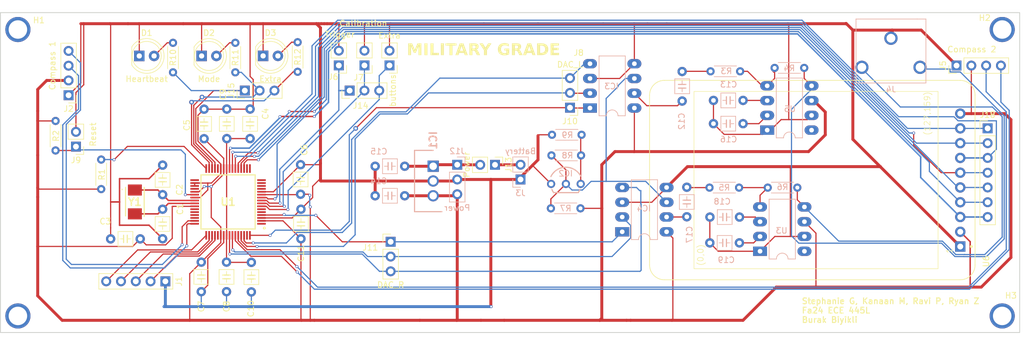
<source format=kicad_pcb>
(kicad_pcb (version 20240108) (generator "pcbnew") (generator_version "8.0")
  (title_block (title "ECE 445L Lab 6") (date "2024-08-07") (rev "v1.0.1") (company "The University of Texas at Austin"))
  (layers (0 "F.Cu" signal) (31 "B.Cu" signal) (34 "B.Paste" user) (35 "F.Paste" user) (36 "B.SilkS" user "B.Silkscreen") (37 "F.SilkS" user "F.Silkscreen") (38 "B.Mask" user) (39 "F.Mask" user) (44 "Edge.Cuts" user))
  (net 0 "")
  (net 1 "/OSC1")
  (net 2 "GND")
  (net 3 "/OSC2")
  (net 4 "+3V3")
  (net 5 "/LDO")
  (net 6 "Net-(U1-~{WAKE})")
  (net 7 "/Reset")
  (net 10 "Net-(C12-Pad2)")
  (net 11 "/TCK")
  (net 12 "/TMS")
  (net 13 "/TDI")
  (net 14 "/TDO")
  (net 15 "dacout_left")
  (net 16 "PB7")
  (net 17 "Net-(U5-FC1)")
  (net 18 "/+5V")
  (net 19 "PE2")
  (net 20 "PE1")
  (net 21 "PE0")
  (net 22 "Net-(U5-FC2)")
  (net 23 "Net-(C17-Pad2)")
  (net 24 "PF2")
  (net 25 "PF3")
  (net 26 "PF1")
  (net 27 "dacout_right")
  (net 28 "Net-(U3-FC1)")
  (net 29 "PA2")
  (net 30 "PA3")
  (net 31 "PA4")
  (net 32 "PA5")
  (net 33 "PA6")
  (net 34 "PA7")
  (net 35 "Net-(U3-FC2)")
  (net 36 "Net-(D1-A)")
  (net 37 "Net-(D2-A)")
  (net 38 "Net-(D3-A)")
  (net 39 "Net-(IC2-Pad1)")
  (net 40 "ref +1v5")
  (net 41 "Net-(J4-ring)")
  (net 42 "Net-(J4-tip)")
  (net 43 "PB2")
  (net 44 "PB3")
  (net 45 "PB5")
  (net 46 "PB4")
  (net 47 "Net-(U5-VIN)")
  (net 48 "Net-(U3-VIN)")
  (net 49 "PD0")
  (net 50 "PD1")
  (net 52 "PD3")
  (net 68 "PE5")
  (net 70 "PE4")
  (net 74 "PD7")
  (net 77 "Net-(J13-A)")
  (footprint "ECE445L:C_Axial_200mil" (layer "F.Cu") (at 82.535 67.32375 90)
    (property "Reference" "C6")
    (property "Value" "0.1uF")
  )
  (footprint "ECE445L:C_Axial_200mil" (layer "F.Cu") (at 58.84575 69.898 -90)
    (property "Reference" "C1")
    (property "Value" "10pF C0G")
  )
  (footprint "ECE445L:C_Axial_200mil" (layer "F.Cu") (at 65.965 57.77625 90)
    (property "Reference" "C5")
    (property "Value" "0.01uF")
  )
  (footprint "ECE445L:C_Axial_200mil" (layer "F.Cu") (at 69.865 57.75625 90)
    (property "Reference" "C9")
    (property "Value" "1uF")
  )
  (footprint "ECE445L:C_Axial_200mil" (layer "F.Cu") (at 65.48375 78.99925 -90)
    (property "Reference" "C7")
    (property "Value" "0.1uF")
  )
  (footprint "Resistor_THT:R_Axial_DIN0204_L3.6mm_D1.6mm_P5.08mm_Horizontal" (layer "F.Cu") (at 71.33 46.365 90)
    (property "Reference" "R11")
    (property "Value" "220")
  )
  (footprint "ECE445L:MountingHole_4_40" (layer "F.Cu") (at 34 39)
    (property "Reference" "H1")
    (property "Value" "~")
  )
  (footprint "ECE445L:LED_D5.0mm" (layer "F.Cu") (at 54.84 43.545)
    (property "Reference" "D1")
    (property "Value" "Heartbeat")
  )
  (footprint "ECE445L:PinHeader_1x04_P2.54mm_Vertical" (layer "F.Cu") (at 195.16 45.2 90)
    (property "Reference" "J5")
    (property "Value" "Header_4")
  )
  (footprint "ECE445L:PinHeader_1x04_P2.54mm_Vertical" (layer "F.Cu") (at 42.7 50.3 180)
    (property "Reference" "J2")
    (property "Value" "Header_4")
  )
  (footprint "ECE445L:C_Axial_200mil" (layer "F.Cu") (at 58.84575 67.398 90)
    (property "Reference" "C2")
    (property "Value" "10pF C0G")
  )
  (footprint "ECE445L:PinHeader_1x03_P2.54mm_Vertical" (layer "F.Cu") (at 128.79218 52.440806 180)
    (property "Reference" "J10")
    (property "Value" "DAC_L")
  )
  (footprint "ECE445L:PinHeader_1x05_P2.54mm_Vertical" (layer "F.Cu") (at 59.32 82.3 -90)
    (property "Reference" "J1")
    (property "Value" "JTAG")
  )
  (footprint "ECE445L:PinHeader_1x03_P2.54mm_Vertical" (layer "F.Cu") (at 72.96 49.5 90)
    (property "Reference" "J15")
    (property "Value" "Header3" (hide yes))
  )
  (footprint "ECE445L:PinHeader_1x02_P2.54mm_Vertical" (layer "F.Cu") (at 43.965 59.135 180)
    (property "Reference" "J9")
    (property "Value" "Reset")
  )
  (footprint "ECE445L:LED_D5.0mm" (layer "F.Cu") (at 65.54 43.545)
    (property "Reference" "D2")
    (property "Value" "Mode")
  )
  (footprint "ECE445L:QFP50P1200X1200X160-64N" (layer "F.Cu") (at 70.08375 68.648 180)
    (property "Reference" "U1")
    (property "Value" "TM4C123GH6PMIR" (hide yes))
  )
  (footprint "ECE445L:adafruit_st7735r2" (layer "F.Cu") (at 170.4 64.89 90)
    (property "Reference" "U6")
    (property "Value" "Adafruit ST7735R")
  )
  (footprint "ECE445L:MountingHole_4_40" (layer "F.Cu") (at 34 88.25)
    (property "Reference" "H4" (hide yes))
    (property "Value" "~")
  )
  (footprint "Resistor_THT:R_Axial_DIN0204_L3.6mm_D1.6mm_P5.08mm_Horizontal" (layer "F.Cu") (at 40.465 54.72 -90)
    (property "Reference" "R2")
    (property "Value" "10k")
  )
  (footprint "ECE445L:PinHeader_1x03_P2.54mm_Vertical" (layer "F.Cu") (at 98 75.5)
    (property "Reference" "J11")
    (property "Value" "DAC_R")
  )
  (footprint "Connector_PinHeader_2.54mm:PinHeader_1x07_P2.54mm_Vertical" (layer "F.Cu") (at 200.5 56)
    (property "Reference" "J18")
    (property "Value" "Conn_01x07_Pin")
  )
  (footprint "ECE445L:PinHeader_1x02_P2.54mm_Vertical" (layer "F.Cu") (at 97.8 45.175 180)
    (property "Reference" "J8")
    (property "Value" "Extra")
  )
  (footprint "Resistor_THT:R_Axial_DIN0204_L3.6mm_D1.6mm_P5.08mm_Horizontal" (layer "F.Cu") (at 82.03 46.265 90)
    (property "Reference" "R12")
    (property "Value" "220")
  )
  (footprint "ECE445L:C_Axial_200mil" (layer "F.Cu") (at 73.865 57.75625 90)
    (property "Reference" "C4")
    (property "Value" "0.1uF")
  )
  (footprint "ECE445L:C_Axial_200mil" (layer "F.Cu") (at 55 75 180)
    (property "Reference" "C3")
    (property "Value" "1uF")
  )
  (footprint "ECE445L:PinHeader_1x03_P2.54mm_Vertical" (layer "F.Cu") (at 90.96 49.5 90)
    (property "Reference" "J14")
    (property "Value" "buttons")
  )
  (footprint "ECE445L:C_Axial_200mil" (layer "F.Cu") (at 82.6 74.98 90)
    (property "Reference" "C11")
    (property "Value" "0.01uF")
  )
  (footprint "Resistor_THT:R_Axial_DIN0204_L3.6mm_D1.6mm_P5.08mm_Horizontal" (layer "F.Cu") (at 48.3 66.44 90)
    (property "Reference" "R1")
    (property "Value" "1M")
  )
  (footprint "ECE445L:LED_D5.0mm" (layer "F.Cu") (at 76.1 43.535)
    (property "Reference" "D3")
    (property "Value" "Extra")
  )
  (footprint "Resistor_THT:R_Axial_DIN0204_L3.6mm_D1.6mm_P5.08mm_Horizontal" (layer "F.Cu") (at 60.63 46.365 90)
    (property "Reference" "R10")
    (property "Value" "220")
  )
  (footprint "ECE445L:PinHeader_1x02_P2.54mm_Vertical" (layer "F.Cu") (at 93.5 45.175 180)
    (property "Reference" "J7")
    (property "Value" "Calibration")
  )
  (footprint "ECE445L:C_Axial_200mil" (layer "F.Cu") (at 69.81875 78.99925 -90)
    (property "Reference" "C8")
    (property "Value" "0.1uF")
  )
  (footprint "ECE445L:PinHeader_1x02_P2.54mm_Vertical" (layer "F.Cu") (at 115.915206 62.263313 -90)
    (property "Reference" "J13")
    (property "Value" "Power")
  )
  (footprint "ECE445L:C_Axial_200mil" (layer "F.Cu") (at 74.08375 79.03925 -90)
    (property "Reference" "C10")
    (property "Value" "2.2uF")
  )
  (footprint "ECE445L:MountingHole_4_40" (layer "F.Cu") (at 203 88.25)
    (property "Reference" "H3")
    (property "Value" "~")
  )
  (footprint "ECE445L:ABM3" (layer "F.Cu") (at 54.08375 68.648 -90)
    (property "Reference" "Y1")
    (property "Value" "ABM3-16.000MHZ-B2-T" (hide yes))
  )
  (footprint "ECE445L:PinHeader_1x02_P2.54mm_Vertical" (layer "F.Cu") (at 89.1 45.175 180)
    (property "Reference" "J6")
    (property "Value" "Trigger")
  )
  (footprint "ECE445L:MountingHole_4_40" (layer "F.Cu") (at 203 39)
    (property "Reference" "H2")
    (property "Value" "~")
  )
  (footprint "ECE445L:DIP-8_W7.62mm_LongPads" (layer "B.Cu") (at 132.225 52.5)
    (property "Reference" "IC3")
    (property "Value" "TLV5616")
  )
  (footprint "ECE445L:C_Axial_200mil" (layer "B.Cu") (at 148.05 51.3 90)
    (property "Reference" "C12")
    (property "Value" "0.1uF")
  )
  (footprint "Resistor_THT:R_Axial_DIN0204_L3.6mm_D1.6mm_P5.08mm_Horizontal" (layer "B.Cu") (at 152.926155 46.189175)
    (property "Reference" "R3")
    (property "Value" "20k")
  )
  (footprint "ECE445L:DIP-8_W7.62mm_LongPads" (layer "B.Cu") (at 137.757922 73.780019)
    (property "Reference" "IC4")
    (property "Value" "TLV5616")
  )
  (footprint "ECE445L:C_Axial_200mil" (layer "B.Cu") (at 158.506155 55.189175 180)
    (property "Reference" "C16")
    (property "Value" "4.7uF")
  )
  (footprint "ECE445L:C_Axial_200mil" (layer "B.Cu") (at 100.417622 62.51 180)
    (property "Reference" "C15")
    (property "Value" "1uF")
  )
  (footprint "ECE445L:Jack_3.5mm_CUI_SJ1-3523N_Horizontal" (layer "B.Cu") (at 183.9 40.5)
    (property "Reference" "J4")
    (property "Value" "AudioJack to 32ohm")
  )
  (footprint "ECE445L:PinHeader_1x03_P2.54mm_Vertical" (layer "B.Cu") (at 109.432371 62.247779 180)
    (property "Reference" "J12")
    (property "Value" "Power")
  )
  (footprint "ECE445L:DIP-8_W7.62mm_LongPads" (layer "B.Cu") (at 161.42375 77.125)
    (property "Reference" "U3")
    (property "Value" "MCP34119P")
  )
  (footprint "Resistor_THT:R_Axial_DIN0204_L3.6mm_D1.6mm_P5.08mm_Horizontal" (layer "B.Cu") (at 130.69 60.65 180)
    (property "Reference" "R8")
    (property "Value" "10k")
  )
  (footprint "Resistor_THT:R_Axial_DIN0204_L3.6mm_D1.6mm_P5.08mm_Horizontal" (layer "B.Cu") (at 163.926155 45.6)
    (property "Reference" "R4")
    (property "Value" "10k")
  )
  (footprint "Resistor_THT:R_Axial_DIN0204_L3.6mm_D1.6mm_P5.08mm_Horizontal" (layer "B.Cu") (at 125.51 69.75)
    (property "Reference" "R7")
    (property "Value" "8k")
  )
  (footprint "ECE445L:C_Axial_200mil" (layer "B.Cu") (at 100.414701 67.59 180)
    (property "Reference" "C14")
    (property "Value" "10uF")
  )
  (footprint "ECE445L:ti_LM4041CILPR" (layer "B.Cu") (at 128.09 65.55 180)
    (property "Reference" "IC2")
    (property "Value" "LM4041CILPR")
  )
  (footprint "Resistor_THT:R_Axial_DIN0204_L3.6mm_D1.6mm_P5.08mm_Horizontal" (layer "B.Cu") (at 162.74375 66.185)
    (property "Reference" "R6")
    (property "Value" "10k")
  )
  (footprint "ECE445L:C_Axial_200mil" (layer "B.Cu") (at 148.85 71.2 90)
    (property "Reference" "C17")
    (property "Value" "0.1uF")
  )
  (footprint "ECE445L:PinHeader_1x02_P2.54mm_Vertical" (layer "B.Cu") (at 120.3 64.785)
    (property "Reference" "J3")
    (property "Value" "Battery")
  )
  (footprint "ECE445L:C_Axial_200mil" (layer "B.Cu") (at 158.506155 51.189175 180)
    (property "Reference" "C13")
    (property "Value" "1uF")
  )
  (footprint "ECE445L:TO254P470X1028X1955-3P" (layer "B.Cu") (at 105.3 62.51 -90)
    (property "Reference" "IC1")
    (property "Value" "LM2937ET-3.3_NOPB" (hide yes))
  )
  (footprint "ECE445L:DIP-8_W7.62mm_LongPads" (layer "B.Cu") (at 162.65 56.3)
    (property "Reference" "U5")
    (property "Value" "MCP34119P")
  )
  (footprint "ECE445L:C_Axial_200mil" (layer "B.Cu") (at 157.9 71.25 180)
    (property "Reference" "C18")
    (property "Value" "1uF")
  )
  (footprint "Resistor_THT:R_Axial_DIN0204_L3.6mm_D1.6mm_P5.08mm_Horizontal" (layer "B.Cu") (at 125.7 57.1)
    (property "Reference" "R9")
    (property "Value" "2k")
  )
  (footprint "ECE445L:C_Axial_200mil" (layer "B.Cu") (at 157.88 75.685 180)
    (property "Reference" "C19")
    (property "Value" "4.7uF")
  )
  (footprint "Resistor_THT:R_Axial_DIN0204_L3.6mm_D1.6mm_P5.08mm_Horizontal" (layer "B.Cu") (at 152.74375 66.185)
    (property "Reference" "R5")
    (property "Value" "20k")
  )
  (gr_rect (start 31 36.1) (end 206 91.1) (stroke (width 0.15)) (fill none) (layer "Edge.Cuts"))
  (gr_text "Stephanie G, Kanaan M, Ravi P, Ryan Z\nFa24 ECE 445L\nBurak Biyikli" (at 168.5 89.5 0) (layer "F.SilkS") (effects (font (size 1 1) (thickness 0.1875)) (justify left bottom)))
  (gr_text "Compass 2\n" (at 193.5 43 0) (layer "F.SilkS") (effects (font (size 1 1)) (justify left bottom)))
  (gr_text "MILITARY GRADE" (at 100.75 43.75 0) (layer "F.SilkS") (effects (font (size 2 2) (thickness 0.15) (bold yes)) (justify left bottom)))
  (gr_text "Compass 1" (at 40.5 49.5 90) (layer "F.SilkS") (effects (font (size 1 1)) (justify left bottom)))
  (segment (start 58.5 70) (end 59 70) (width 0.25) (layer "F.Cu") (net 1))
  (segment (start 59.84575 68.898) (end 64.34575 68.898) (width 0.25) (layer "F.Cu") (net 1))
  (segment (start 58.84575 69.898) (end 59.84575 68.898) (width 0.25) (layer "F.Cu") (net 1))
  (segment (start 58.04575 70.698) (end 58.84575 69.898) (width 0.25) (layer "F.Cu") (net 1))
  (segment (start 54.08375 70.698) (end 58.04575 70.698) (width 0.25) (layer "F.Cu") (net 1))
  (segment (start 77.88075 66.898) (end 82.535 62.24375) (width 0.2) (layer "F.Cu") (net 2))
  (segment (start 142.837922 68.700019) (end 145.377922 66.160019) (width 0.2) (layer "F.Cu") (net 2))
  (segment (start 182.055 62.575) (end 182.09 62.61) (width 0.5) (layer "F.Cu") (net 2))
  (segment (start 195.16 45.2) (end 195.16 45.16) (width 0.5) (layer "F.Cu") (net 2))
  (segment (start 195.8 76.32) (end 182.09 62.61) (width 0.5) (layer "F.Cu") (net 2))
  (segment (start 74.4 52.14125) (end 74.4 47.6) (width 0.2) (layer "F.Cu") (net 2))
  (segment (start 142.1 38) (end 139.8 38) (width 0.5) (layer "F.Cu") (net 2))
  (segment (start 148.962941 62.575) (end 166.52375 62.575) (width 0.5) (layer "F.Cu") (net 2))
  (segment (start 122.427182 62.427182) (end 122.427182 62.277182) (width 0.2) (layer "F.Cu") (net 2))
  (segment (start 56.51775 72.65) (end 51.45 72.65) (width 0.25) (layer "F.Cu") (net 2))
  (segment (start 66.6 65.398) (end 67.23325 65.398) (width 0.2) (layer "F.Cu") (net 2))
  (segment (start 182.09 62.61) (end 177.357 57.877) (width 0.5) (layer "F.Cu") (net 2))
  (segment (start 73.865 38.035) (end 73.9 38) (width 0.2) (layer "F.Cu") (net 2))
  (segment (start 56.51375 64.65) (end 58.84575 62.318) (width 0.25) (layer "F.Cu") (net 2))
  (segment (start 184.1 39.104) (end 177.354 39.104) (width 0.5) (layer "F.Cu") (net 2))
  (segment (start 93.4 38) (end 89 38) (width 0.5) (layer "F.Cu") (net 2))
  (segment (start 95.337622 62.51) (end 95.337622 64.51) (width 0.5) (layer "F.Cu") (net 2))
  (segment (start 69.33375 74.386) (end 69.33375 75.644224) (width 0.2) (layer "F.Cu") (net 2))
  (segment (start 93.5 42.635) (end 93.5 38.1) (width 0.2) (layer "F.Cu") (net 2))
  (segment (start 184.1 40.3) (end 183.9 40.5) (width 0.5) (layer "F.Cu") (net 2))
  (segment (start 43.965 56.595) (end 43.965 49.835) (width 0.2) (layer "F.Cu") (net 2))
  (segment (start 43.965 49.835) (end 45.3 48.5) (width 0.2) (layer "F.Cu") (net 2))
  (segment (start 68.83375 63.7975) (end 68.83375 62.91) (width 0.2) (layer "F.Cu") (net 2))
  (segment (start 49.92 75) (end 49.92 73.1) (width 0.2) (layer "F.Cu") (net 2))
  (segment (start 166.2 38) (end 145.4 38) (width 0.5) (layer "F.Cu") (net 2))
  (segment (start 169.04375 74.585) (end 166.62375 74.585) (width 0.2) (layer "F.Cu") (net 2))
  (segment (start 51.45 68.65) (end 49.92 68.65) (width 0.25) (layer "F.Cu") (net 2))
  (segment (start 177.357 57.877) (end 177.357 39.107) (width 0.5) (layer "F.Cu") (net 2))
  (segment (start 176.15 38) (end 166.2 38) (width 0.5) (layer "F.Cu") (net 2))
  (segment (start 153.426155 55.189175) (end 153.426155 51.189175) (width 0.2) (layer "F.Cu") (net 2))
  (segment (start 89.1 38.1) (end 89 38) (width 0.2) (layer "F.Cu") (net 2))
  (segment (start 86.6 38) (end 86.1 38) (width 0.5) (layer "F.Cu") (net 2))
  (segment (start 166.62375 62.675) (end 166.52375 62.575) (width 0.2) (layer "F.Cu") (net 2))
  (segment (start 137.757922 68.700019) (end 142.837922 68.700019) (width 0.2) (layer "F.Cu") (net 2))
  (segment (start 85.95 38.7) (end 85.25 38) (width 0.5) (layer "F.Cu") (net 2))
  (segment (start 64.34575 67.898) (end 65.28325 67.898) (width 0.2) (layer "F.Cu") (net 2))
  (segment (start 120.3 64.785) (end 120.3 64.404365) (width 0.5) (layer "F.Cu") (net 2))
  (segment (start 64.34575 65.398) (end 66.6 65.398) (width 0.2) (layer "F.Cu") (net 2))
  (segment (start 85.95 65) (end 85.95 64.6) (width 0.5) (layer "F.Cu") (net 2))
  (segment (start 166.62375 74.585) (end 163.96375 74.585) (width 0.2) (layer "F.Cu") (net 2))
  (segment (start 166.52375 62.575) (end 182.055 62.575) (width 0.5) (layer "F.Cu") (net 2))
  (segment (start 49.92 72.4) (end 49.92 68.65) (width 0.2) (layer "F.Cu") (net 2))
  (segment (start 85.70625 62.24375) (end 85.95 62) (width 0.2) (layer "F.Cu") (net 2))
  (segment (start 95.337622 65.06) (end 95.337622 67.587079) (width 0.5) (layer "F.Cu") (net 2))
  (segment (start 97.8 42.635) (end 97.8 38.2) (width 0.2) (layer "F.Cu") (net 2))
  (segment (start 109.17015 65.05) (end 109.432371 64.787779) (width 0.5) (layer "F.Cu") (net 2))
  (segment (start 170.27 53.76) (end 169.540825 54.489175) (width 0.2) (layer "F.Cu") (net 2))
  (segment (start 65.54 43.545) (end 65.54 38.06) (width 0.2) (layer "F.Cu") (net 2))
  (segment (start 89 38) (end 87.1 38) (width 0.5) (layer "F.Cu") (net 2))
  (segment (start 52.9 38) (end 49.8 38) (width 0.5) (layer "F.Cu") (net 2))
  (segment (start 42.7 50.3) (end 44.8 48.2) (width 0.2) (layer "F.Cu") (net 2))
  (segment (start 54.84 43.545) (end 54.84 38.04) (width 0.2) (layer "F.Cu") (net 2))
  (segment (start 64.915 53.74625) (end 65.965 52.69625) (width 0.2) (layer "F.Cu") (net 2))
  (segment (start 152.8 75.685) (end 152.8 71.27) (width 0.2) (layer "F.Cu") (net 2))
  (segment (start 74.04375 84.07925) (end 74.08375 84.11925) (width 0.2) (layer "F.Cu") (net 2))
  (segment (start 51.45 64.65) (end 56.51375 64.65) (width 0.25) (layer "F.Cu") (net 2))
  (segment (start 68.83375 62.91) (end 68.83375 62.129925) (width 0.2) (layer "F.Cu") (net 2))
  (segment (start 73.865 47.065) (end 73.865 38.035) (width 0.2) (layer "F.Cu") (net 2))
  (segment (start 75.82175 71.398) (end 81.102 71.398) (width 0.2) (layer "F.Cu") (net 2))
  (segment (start 67.23325 65.398) (end 68.83375 63.7975) (width 0.2) (layer "F.Cu") (net 2))
  (segment (start 161.920825 57.029175) (end 162.65 56.3) (width 0.2) (layer "F.Cu") (net 2))
  (segment (start 163.96375 74.585) (end 161.42375 77.125) (width 0.2) (layer "F.Cu") (net 2))
  (segment (start 125.7 57.1) (end 123.45 57.1) (width 0.2) (layer "F.Cu") (net 2))
  (segment (start 73.845 52.69625) (end 73.865 52.67625) (width 0.2) (layer "F.Cu") (net 2))
  (segment (start 85.95 64.6) (end 85.95 62) (width 0.5) (layer "F.Cu") (net 2))
  (segment (start 123.3 38) (end 114 38) (width 0.5) (layer "F.Cu") (net 2))
  (segment (start 123.3 61.404365) (end 123.3 57.25) (width 0.5) (layer "F.Cu") (net 2))
  (segment (start 49.92 68.65) (end 49.92 38.12) (width 0.2) (layer "F.Cu") (net 2))
  (segment (start 86.1 38) (end 85.6 38) (width 0.5) (layer "F.Cu") (net 2))
  (segment (start 54.8 38) (end 52.9 38) (width 0.5) (layer "F.Cu") (net 2))
  (segment (start 96.3 38) (end 93.4 38) (width 0.5) (layer "F.Cu") (net 2))
  (segment (start 85.6 38) (end 85.25 38) (width 0.5) (layer "F.Cu") (net 2))
  (segment (start 165.046155 54.489175) (end 163.23533 56.3) (width 0.2) (layer "F.Cu") (net 2))
  (segment (start 95.347622 65.05) (end 95.337622 65.06) (width 0.5) (layer "F.Cu") (net 2))
  (segment (start 54.84 38.04) (end 54.8 38) (width 0.2) (layer "F.Cu") (net 2))
  (segment (start 95.337622 67.587079) (end 95.334701 67.59) (width 0.5) (layer "F.Cu") (net 2))
  (segment (start 98 38) (end 96.3 38) (width 0.5) (layer "F.Cu") (net 2))
  (segment (start 163.23533 56.3) (end 162.65 56.3) (width 0.2) (layer "F.Cu") (net 2))
  (segment (start 114 38) (end 98 38) (width 0.5) (layer "F.Cu") (net 2))
  (segment (start 139.845 38.045) (end 139.8 38) (width 0.2) (layer "F.Cu") (net 2))
  (segment (start 73.9 38) (end 65.6 38) (width 0.5) (layer "F.Cu") (net 2))
  (segment (start 155.266155 57.029175) (end 161.920825 57.029175) (width 0.2) (layer "F.Cu") (net 2))
  (segment (start 97.8 38.2) (end 98 38) (width 0.2) (layer "F.Cu") (net 2))
  (segment (start 74.4 47.6) (end 73.865 47.065) (width 0.2) (layer "F.Cu") (net 2))
  (segment (start 87.1 38) (end 86.6 38) (width 0.5) (layer "F.Cu") (net 2))
  (segment (start 139.845 44.88) (end 139.845 38.045) (width 0.2) (layer "F.Cu") (net 2))
  (segment (start 184.1 39.104) (end 184.1 40.3) (width 0.5) (layer "F.Cu") (net 2))
  (segment (start 73.865 52.67625) (end 74.4 52.14125) (width 0.2) (layer "F.Cu") (net 2))
  (segment (start 115.2 86.6) (end 115.25 86.65) (width 0.5) (layer "F.Cu") (net 2))
  (segment (start 58.84575 74.978) (end 56.51775 72.65) (width 0.25) (layer "F.Cu") (net 2))
  (segment (start 49.8 38) (end 45.3 38) (width 0.5) (layer "F.Cu") (net 2))
  (segment (start 123.45 57.1) (end 123.3 57.25) (width 0.2) (layer "F.Cu") (net 2))
  (segment (start 176.2 37.95) (end 176.15 38) (width 0.5) (layer "F.Cu") (net 2))
  (segment (start 105.3 65.05) (end 95.347622 65.05) (width 0.5) (layer "F.Cu") (net 2))
  (segment (start 86 65.05) (end 85.95 65) (width 0.5) (layer "F.Cu") (net 2))
  (segment (start 66.6 78.377974) (end 66.6 82.963) (width 0.2) (layer "F.Cu") (net 2))
  (segment (start 120.3 64.785) (end 115.2 64.785) (width 0.5) (layer "F.Cu") (net 2))
  (segment (start 44.8 48.2) (end 44.8 38) (width 0.2) (layer "F.Cu") (net 2))
  (segment (start 49.92 73.1) (end 49.92 72.4) (width 0.2) (layer "F.Cu") (net 2))
  (segment (start 66.6 66.58125) (end 66.6 65.398) (width 0.2) (layer "F.Cu") (net 2))
  (segment (start 45.3 38) (end 44.8 38) (width 0.5) (layer "F.Cu") (net 2))
  (segment (start 76.1 38) (end 73.9 38) (width 0.5) (layer "F.Cu") (net 2))
  (segment (start 84.604 65.946) (end 85.95 64.6) (width 0.2) (layer "F.Cu") (net 2))
  (segment (start 76.1 43.535) (end 76.1 38) (width 0.2) (layer "F.Cu") (net 2))
  (segment (start 152.8 75.685) (end 154.24 77.125) (width 0.2) (layer "F.Cu") (net 2))
  (segment (start 166.35 54.489175) (end 165.046155 54.489175) (width 0.2) (layer "F.Cu") (net 2))
  (segment (start 65.6 38) (end 62.4 38) (width 0.5) (layer "F.Cu") (net 2))
  (segment (start 166.35 54.489175) (end 166.35 38.15) (width 0.2) (layer "F.Cu") (net 2))
  (segment (start 89.1 42.635) (end 89.1 38.1) (width 0.2) (layer "F.Cu") (net 2))
  (segment (start 62.4 38) (end 54.8 38) (width 0.5) (layer "F.Cu") (net 2))
  (segment (start 45.3 48.5) (end 45.3 38) (width 0.2) (layer "F.Cu") (net 2))
  (segment (start 82.6 69.9) (end 84.604 67.896) (width 0.2) (layer "F.Cu") (net 2))
  (segment (start 64.34575 65.898) (end 64.34575 65.398) (width 0.2) (layer "F.Cu") (net 2))
  (segment (start 153.426155 55.189175) (end 155.266155 57.029175) (width 0.2) (layer "F.Cu") (net 2))
  (segment (start 69.33375 75.644224) (end 66.6 78.377974) (width 0.2) (layer "F.Cu") (net 2))
  (segment (start 115.2 64.785) (end 109.43515 64.785) (width 0.5) (layer "F.Cu") (net 2))
  (segment (start 75.82175 66.898) (end 77.88075 66.898) (width 0.2) (layer "F.Cu") (net 2))
  (segment (start 137.305 47.42) (end 139.845 44.88) (width 0.2) (layer "F.Cu") (net 2))
  (segment (start 189.104 39.104) (end 184.1 39.104) (width 0.5) (layer "F.Cu") (net 2))
  (segment (start 95.347622 65.05) (end 86 65.05) (width 0.5) (layer "F.Cu") (net 2))
  (segment (start 177.357 39.107) (end 177.354 39.104) (width 0.5) (layer "F.Cu") (net 2))
  (segment (start 139.8 38) (end 134.5 38) (width 0.5) (layer "F.Cu") (net 2))
  (segment (start 109.43515 64.785) (end 109.432371 64.787779) (width 0.5) (layer "F.Cu") (net 2))
  (segment (start 66.6 82.963) (end 65.48375 84.07925) (width 0.2) (layer "F.Cu") (net 2))
  (segment (start 154.24 77.125) (end 161.42375 77.125) (width 0.2) (layer "F.Cu") (net 2))
  (segment (start 68.83375 62.129925) (end 64.915 58.211175) (width 0.2) (layer "F.Cu") (net 2))
  (segment (start 85.95 62) (end 85.95 38.7) (width 0.5) (layer "F.Cu") (net 2))
  (segment (start 65.965 52.69625) (end 73.845 52.69625) (width 0.2) (layer "F.Cu") (net 2))
  (segment (start 82.535 62.24375) (end 85.70625 62.24375) (width 0.2) (layer "F.Cu") (net 2))
  (segment (start 195.16 45.16) (end 189.104 39.104) (width 0.5) (layer "F.Cu") (net 2))
  (segment (start 152.8 71.27) (end 152.82 71.25) (width 0.2) (layer "F.Cu") (net 2))
  (segment (start 177.354 39.104) (end 176.2 37.95) (width 0.5) (layer "F.Cu") (net 2))
  (segment (start 84.604 67.896) (end 84.604 65.946) (width 0.2) (layer "F.Cu") (net 2))
  (segment (start 51.45 72.65) (end 51.45 68.65) (width 0.25) (layer "F.Cu") (net 2))
  (segment (start 51.45 68.65) (end 51.45 64.65) (width 0.25) (layer "F.Cu") (net 2))
  (segment (start 120.3 64.404365) (end 122.427182 62.277182) (width 0.5) (layer "F.Cu") (net 2))
  (segment (start 49.92 38.12) (end 49.8 38) (width 0.2) (layer "F.Cu") (net 2))
  (segment (start 125.55 65.55) (end 122.427182 62.427182) (width 0.2) (layer "F.Cu") (net 2))
  (segment (start 145.4 38) (end 142.1 38) (width 0.5) (layer "F.Cu") (net 2))
  (segment (start 122.427182 62.277182) (end 123.3 61.404365) (width 0.5) (layer "F.Cu") (net 2))
  (segment (start 81.102 71.398) (end 82.6 69.9) (width 0.2) (layer "F.Cu") (net 2))
  (segment (start 115.2 64.785) (end 115.2 86.6) (width 0.5) (layer "F.Cu") (net 2))
  (segment (start 145.377922 66.160019) (end 148.962941 62.575) (width 0.5) (layer "F.Cu") (net 2))
  (segment (start 169.540825 54.489175) (end 166.35 54.489175) (width 0.2) (layer "F.Cu") (net 2))
  (segment (start 132.225 47.42) (end 137.305 47.42) (width 0.2) (layer "F.Cu") (net 2))
  (segment (start 64.915 58.211175) (end 64.915 53.74625) (width 0.2) (layer "F.Cu") (net 2))
  (segment (start 166.35 38.15) (end 166.2 38) (width 0.2) (layer "F.Cu") (net 2))
  (segment (start 166.62375 74.585) (end 166.62375 62.675) (width 0.2) (layer "F.Cu") (net 2))
  (segment (start 65.28325 67.898) (end 66.6 66.58125) (width 0.2) (layer "F.Cu") (net 2))
  (segment (start 93.5 38.1) (end 93.4 38) (width 0.2) (layer "F.Cu") (net 2))
  (segment (start 65.54 38.06) (end 65.6 38) (width 0.2) (layer "F.Cu") (net 2))
  (segment (start 95.337622 64.51) (end 95.337622 65.06) (width 0.5) (layer "F.Cu") (net 2))
  (segment (start 105.3 65.05) (end 109.17015 65.05) (width 0.5) (layer "F.Cu") (net 2))
  (segment (start 134.5 38) (end 123.3 38) (width 0.5) (layer "F.Cu") (net 2))
  (segment (start 85.25 38) (end 76.1 38) (width 0.5) (layer "F.Cu") (net 2))
  (via (at 115.25 86.65) (size 0.5) (drill 0.3) (layers "F.Cu" "B.Cu") (net 2))
  (segment (start 74.08375 84.11925) (end 74.08375 86.61625) (width 0.2) (layer "B.Cu") (net 2))
  (segment (start 69.81875 86.63125) (end 69.8 86.65) (width 0.2) (layer "B.Cu") (net 2))
  (segment (start 74.08375 86.61625) (end 74.05 86.65) (width 0.2) (layer "B.Cu") (net 2))
  (segment (start 65.48375 84.07925) (end 65.48375 86.53375) (width 0.2) (layer "B.Cu") (net 2))
  (segment (start 69.81875 84.07925) (end 69.81875 86.63125) (width 0.2) (layer "B.Cu") (net 2))
  (segment (start 69.8 86.65) (end 65.6 86.65) (width 0.5) (layer "B.Cu") (net 2))
  (segment (start 74.05 86.65) (end 69.8 86.65) (width 0.5) (layer "B.Cu") (net 2))
  (segment (start 65.48375 86.53375) (end 65.6 86.65) (width 0.2) (layer "B.Cu") (net 2))
  (segment (start 115.25 86.65) (end 74.05 86.65) (width 0.5) (layer "B.Cu") (net 2))
  (segment (start 65.6 86.65) (end 59.1 86.65) (width 0.5) (layer "B.Cu") (net 2))
  (segment (start 59.1 86.65) (end 59.32 86.43) (width 0.5) (layer "B.Cu") (net 2))
  (segment (start 59.32 86.43) (end 59.32 82.3) (width 0.5) (layer "B.Cu") (net 2))
  (segment (start 59.84575 68.398) (end 64.34575 68.398) (width 0.25) (layer "F.Cu") (net 3))
  (segment (start 58.84575 67.398) (end 59.84575 68.398) (width 0.25) (layer "F.Cu") (net 3))
  (segment (start 54.08375 66.598) (end 58.04575 66.598) (width 0.25) (layer "F.Cu") (net 3))
  (segment (start 58.04575 66.598) (end 58.84575 67.398) (width 0.25) (layer "F.Cu") (net 3))
  (segment (start 139.845 52.5) (end 139.845 59.946007) (width 0.2) (layer "F.Cu") (net 4))
  (segment (start 63.5 80.983) (end 63.5 89) (width 0.2) (layer "F.Cu") (net 4))
  (segment (start 68.83375 74.386) (end 68.83375 75.64925) (width 0.2) (layer "F.Cu") (net 4))
  (segment (start 63.5 89) (end 41.6 89) (width 0.5) (layer "F.Cu") (net 4))
  (segment (start 146.454 74.856097) (end 146.454 88.846) (width 0.2) (layer "F.Cu") (net 4))
  (segment (start 37.4 53) (end 37.4 49.3) (width 0.5) (layer "F.Cu") (net 4))
  (segment (start 60.5 69.4) (end 60.7 69.4) (width 0.2) (layer "F.Cu") (net 4))
  (segment (start 204.5 78.2) (end 204.5 54.5) (width 0.5) (layer "F.Cu") (net 4))
  (segment (start 130.59 69.75) (end 134.25 69.75) (width 0.2) (layer "F.Cu") (net 4))
  (segment (start 75.82175 71.898) (end 79.518 71.898) (width 0.2) (layer "F.Cu") (net 4))
  (segment (start 69.33375 61.145) (end 69.33375 62.91) (width 0.2) (layer "F.Cu") (net 4))
  (segment (start 37.4 84.8) (end 37.4 76.3) (width 0.5) (layer "F.Cu") (net 4))
  (segment (start 199.409562 83.290438) (end 197.5 83.290438) (width 0.5) (layer "F.Cu") (net 4))
  (segment (start 37.4 60.6) (end 37.4 54.7) (width 0.5) (layer "F.Cu") (net 4))
  (segment (start 82.7 89) (end 63.5 89) (width 0.5) (layer "F.Cu") (net 4))
  (segment (start 75.82175 67.398) (end 82.46075 67.398) (width 0.2) (layer "F.Cu") (net 4))
  (segment (start 55 75) (end 56.028 76.028) (width 0.2) (layer "F.Cu") (net 4))
  (segment (start 109.432371 88.917629) (end 109.432371 67.327779) (width 0.5) (layer "F.Cu") (net 4))
  (segment (start 197.7 45.2) (end 197.7 53.46) (width 0.2) (layer "F.Cu") (net 4))
  (segment (start 203.46 53.46) (end 197.7 53.46) (width 0.5) (layer "F.Cu") (net 4))
  (segment (start 37.64 66.44) (end 37.4 66.2) (width 0.2) (layer "F.Cu") (net 4))
  (segment (start 84.2 69.5) (end 84.2 89) (width 0.2) (layer "F.Cu") (net 4))
  (segment (start 134.25 62.25) (end 134.25 69.75) (width 0.5) (layer "F.Cu") (net 4))
  (segment (start 68.83375 75.64925) (end 65.48375 78.99925) (width 0.2) (layer "F.Cu") (net 4))
  (segment (start 138.5 89) (end 133.9 89) (width 0.5) (layer "F.Cu") (net 4))
  (segment (start 60.702 69.398) (end 64.34575 69.398) (width 0.2) (layer "F.Cu") (net 4))
  (segment (start 41.6 89) (end 37.4 84.8) (width 0.5) (layer "F.Cu") (net 4))
  (segment (start 56.028 76.028) (end 59.372 76.028) (width 0.2) (layer "F.Cu") (net 4))
  (segment (start 139.2 89) (end 146.3 89) (width 0.5) (layer "F.Cu") (net 4))
  (segment (start 40.465 54.72) (end 37.42 54.72) (width 0.2) (layer "F.Cu") (net 4))
  (segment (start 65.965 57.77625) (end 69.33375 61.145) (width 0.2) (layer "F.Cu") (net 4))
  (segment (start 133.9 89) (end 117.5 89) (width 0.5) (layer "F.Cu") (net 4))
  (segment (start 60.7 69.4) (end 60.702 69.398) (width 0.2) (layer "F.Cu") (net 4))
  (segment (start 53.7 76.3) (end 37.4 76.3) (width 0.2) (layer "F.Cu") (net 4))
  (segment (start 134.25 88.65) (end 133.9 89) (width 0.5) (layer "F.Cu") (net 4))
  (segment (start 68.83375 72.9485) (end 68.83375 74.386) (width 0.2) (layer "F.Cu") (net 4))
  (segment (start 145.377922 73.780019) (end 146.454 74.856097) (width 0.2) (layer "F.Cu") (net 4))
  (segment (start 171.02375 83.216688) (end 170.95 83.290438) (width 0.2) (layer "F.Cu") (net 4))
  (segment (start 84.1 67.5) (end 83.92375 67.32375) (width 0.2) (layer "F.Cu") (net 4))
  (segment (start 164.209562 83.290438) (end 163.85 83.65) (width 0.5) (layer "F.Cu") (net 4))
  (segment (start 67.2 71.31475) (end 68.83375 72.9485) (width 0.2) (layer "F.Cu") (net 4))
  (segment (start 109.35 89) (end 109.432371 88.917629) (width 0.5) (layer "F.Cu") (net 4))
  (segment (start 37.4 76.3) (end 37.4 67.8) (width 0.5) (layer "F.Cu") (net 4))
  (segment (start 37.4 54.7) (end 37.4 53) (width 0.5) (layer "F.Cu") (net 4))
  (segment (start 37.4 67.8) (end 37.4 66.2) (width 0.5) (layer "F.Cu") (net 4))
  (segment (start 64.34575 66.898) (end 65.102 66.898) (width 0.2) (layer "F.Cu") (net 4))
  (segment (start 69.33375 63.86625) (end 69.33375 62.91) (width 0.2) (layer "F.Cu") (net 4))
  (segment (start 172.62375 57.125) (end 172.62375 53.185) (width 0.5) (layer "F.Cu") (net 4))
  (segment (start 82.6 74.98) (end 82.6 88.9) (width 0.2) (layer "F.Cu") (net 4))
  (segment (start 117.5 89) (end 113.5 89) (width 0.5) (layer "F.Cu") (net 4))
  (segment (start 82.6 88.9) (end 82.7 89) (width 0.2) (layer "F.Cu") (net 4))
  (segment (start 59.372 76.028) (end 60.5 74.9) (width 0.2) (layer "F.Cu") (net 4))
  (segment (start 37.42 54.72) (end 37.4 54.7) (width 0.2) (layer "F.Cu") (net 4))
  (segment (start 171.02375 74.025) (end 171.02375 83.216688) (width 0.2) (layer "F.Cu") (net 4))
  (segment (start 83.92375 67.32375) (end 82.535 67.32375) (width 0.2) (layer "F.Cu") (net 4))
  (segment (start 105.3 67.59) (end 109.17015 67.59) (width 0.5) (layer "F.Cu") (net 4))
  (segment (start 204.5 54.5) (end 203.46 53.46) (width 0.5) (layer "F.Cu") (net 4))
  (segment (start 48.3 66.44) (end 37.64 66.44) (width 0.2) (layer "F.Cu") (net 4))
  (segment (start 158.5 89) (end 163.85 83.65) (width 0.5) (layer "F.Cu") (net 4))
  (segment (start 139.8 59.991007) (end 169.757743 59.991007) (width 0.5) (layer "F.Cu") (net 4))
  (segment (start 169.757743 59.991007) (end 172.62375 57.125) (width 0.5) (layer "F.Cu") (net 4))
  (segment (start 172.62375 53.185) (end 170.65875 51.22) (width 0.5) (layer "F.Cu") (net 4))
  (segment (start 113.5 89) (end 109.35 89) (width 0.5) (layer "F.Cu") (net 4))
  (segment (start 139.8 59.991007) (end 136.508993 59.991007) (width 0.5) (layer "F.Cu") (net 4))
  (segment (start 38.94 47.76) (end 42.7 47.76) (width 0.5) (layer "F.Cu") (net 4))
  (segment (start 82.46075 67.398) (end 82.535 67.32375) (width 0.2) (layer "F.Cu") (net 4))
  (segment (start 146.454 88.846) (end 146.3 89) (width 0.2) (layer "F.Cu") (net 4))
  (segment (start 67.2 66) (end 69.33375 63.86625) (width 0.2) (layer "F.Cu") (net 4))
  (segment (start 170.95 83.290438) (end 164.209562 83.290438) (width 0.5) (layer "F.Cu") (net 4))
  (segment (start 109.35 89) (end 103 89) (width 0.5) (layer "F.Cu") (net 4))
  (segment (start 65.102 66.898) (end 66 66) (width 0.2) (layer "F.Cu") (net 4))
  (segment (start 55 75) (end 53.7 76.3) (width 0.2) (layer "F.Cu") (net 4))
  (segment (start 60.5 74.9) (end 60.5 69.4) (width 0.2) (layer "F.Cu") (net 4))
  (segment (start 67.2 66) (end 67.2 71.31475) (width 0.2) (layer "F.Cu") (net 4))
  (segment (start 139.2 89) (end 138.5 89) (width 0.5) (layer "F.Cu") (net 4))
  (segment (start 37.4 49.3) (end 38.94 47.76) (width 0.5) (layer "F.Cu") (net 4))
  (segment (start 84.2 89) (end 82.7 89) (width 0.5) (layer "F.Cu") (net 4))
  (segment (start 195.8 73.78) (end 197.5 75.48) (width 0.25) (layer "F.Cu") (net 4))
  (segment (start 84.9 89) (end 84.2 89) (width 0.5) (layer "F.Cu") (net 4))
  (segment (start 109.17015 67.59) (end 109.432371 67.327779) (width 0.5) (layer "F.Cu") (net 4))
  (segment (start 169.04375 72.045) (end 171.02375 74.025) (width 0.2) (layer "F.Cu") (net 4))
  (segment (start 197.5 83.290438) (end 170.95 83.290438) (width 0.5) (layer "F.Cu") (net 4))
  (segment (start 197.5 75.48) (end 197.5 83.290438) (width 0.25) (layer "F.Cu") (net 4))
  (segment (start 204.5 78.2) (end 199.409562 83.290438) (width 0.5) (layer "F.Cu") (net 4))
  (segment (start 146.3 89) (end 158.5 89) (width 0.5) (layer "F.Cu") (net 4))
  (segment (start 100.414701 67.59) (end 105.3 67.59) (width 0.5) (layer "F.Cu") (net 4))
  (segment (start 134.25 69.75) (end 134.25 88.65) (width 0.5) (layer "F.Cu") (net 4))
  (segment (start 139.845 59.946007) (end 139.8 59.991007) (width 0.2) (layer "F.Cu") (net 4))
  (segment (start 136.508993 59.991007) (end 134.25 62.25) (width 0.5) (layer "F.Cu") (net 4))
  (segment (start 197.7 53.46) (end 195.8 53.46) (width 0.5) (layer "F.Cu") (net 4))
  (segment (start 79.518 71.898) (end 82.6 74.98) (width 0.2) (layer "F.Cu") (net 4))
  (segment (start 103 89) (end 84.9 89) (width 0.5) (layer "F.Cu") (net 4))
  (segment (start 170.65875 51.22) (end 170.27 51.22) (width 0.5) (layer "F.Cu") (net 4))
  (segment (start 65.48375 78.99925) (end 63.5 80.983) (width 0.2) (layer "F.Cu") (net 4))
  (segment (start 37.4 66.2) (end 37.4 60.6) (width 0.5) (layer "F.Cu") (net 4))
  (via (at 84.2 69.5) (size 0.5) (drill 0.3) (layers "F.Cu" "B.Cu") (net 4))
  (via (at 66 66) (size 0.5) (drill 0.3) (layers "F.Cu" "B.Cu") (net 4))
  (via (at 67.2 66) (size 0.5) (drill 0.3) (layers "F.Cu" "B.Cu") (net 4))
  (via (at 84.1 67.5) (size 0.5) (drill 0.3) (layers "F.Cu" "B.Cu") (net 4))
  (segment (start 84.2 69.5) (end 84.1 69.4) (width 0.2) (layer "B.Cu") (net 4))
  (segment (start 66 66) (end 67.2 66) (width 0.2) (layer "B.Cu") (net 4))
  (segment (start 84.1 69.4) (end 84.1 67.5) (width 0.2) (layer "B.Cu") (net 4))
  (segment (start 69.9 74.31975) (end 69.83375 74.386) (width 0.2) (layer "F.Cu") (net 5))
  (segment (start 69.85875 79.03925) (end 69.81875 78.99925) (width 0.2) (layer "F.Cu") (net 5))
  (segment (start 74.08375 79.03925) (end 69.85875 79.03925) (width 0.2) (layer "F.Cu") (net 5))
  (segment (start 69.865 57.75625) (end 70.05625 57.75625) (width 0.2) (layer "F.Cu") (net 5))
  (segment (start 69.83375 57.7875) (end 69.865 57.75625) (width 0.2) (layer "F.Cu") (net 5))
  (segment (start 70.54375 57.75625) (end 73.865 57.75625) (width 0.2) (layer "F.Cu") (net 5))
  (segment (start 69.83375 62.91) (end 69.83375 57.7875) (width 0.2) (layer "F.Cu") (net 5))
  (segment (start 69.81875 78.99925) (end 69.81875 74.401) (width 0.2) (layer "F.Cu") (net 5))
  (segment (start 70.3 58) (end 70.54375 57.75625) (width 0.2) (layer "F.Cu") (net 5))
  (segment (start 69.83375 74.386) (end 69.83375 62.91) (width 0.2) (layer "F.Cu") (net 5))
  (segment (start 69.81875 74.401) (end 69.83375 74.386) (width 0.2) (layer "F.Cu") (net 5))
  (segment (start 70.05625 57.75625) (end 70.3 58) (width 0.2) (layer "F.Cu") (net 5))
  (segment (start 50.5 61.4) (end 52.8 59.1) (width 0.2) (layer "F.Cu") (net 6))
  (segment (start 66.34 62.90375) (end 66.33375 62.91) (width 0.2) (layer "F.Cu") (net 6))
  (segment (start 52.8 59.1) (end 62.52375 59.1) (width 0.2) (layer "F.Cu") (net 6))
  (segment (start 62.52375 59.1) (end 66.33375 62.91) (width 0.2) (layer "F.Cu") (net 6))
  (via (at 50.5 61.4) (size 0.5) (drill 0.3) (layers "F.Cu" "B.Cu") (net 6))
  (segment (start 50.46 61.36) (end 50.5 61.4) (width 0.2) (layer "B.Cu") (net 6))
  (segment (start 48.3 61.36) (end 50.46 61.36) (width 0.2) (layer "B.Cu") (net 6))
  (segment (start 43.3 59.8) (end 43.965 59.135) (width 0.2) (layer "F.Cu") (net 7))
  (segment (start 40.465 59.8) (end 43.3 59.8) (width 0.2) (layer "F.Cu") (net 7))
  (segment (start 62.75 67.398) (end 64.34575 67.398) (width 0.2) (layer "F.Cu") (net 7))
  (via (at 62.75 67.398) (size 0.5) (drill 0.3) (layers "F.Cu" "B.Cu") (net 7))
  (segment (start 62 59.7) (end 44.53 59.7) (width 0.2) (layer "B.Cu") (net 7))
  (segment (start 62.75 60.45) (end 62 59.7) (width 0.2) (layer "B.Cu") (net 7))
  (segment (start 44.53 59.7) (end 43.965 59.135) (width 0.2) (layer "B.Cu") (net 7))
  (segment (start 62.75 67.398) (end 62.75 60.45) (width 0.2) (layer "B.Cu") (net 7))
  (segment (start 148.080825 46.189175) (end 148.05 46.22) (width 0.2) (layer "F.Cu") (net 10))
  (segment (start 152.926155 46.189175) (end 148.080825 46.189175) (width 0.2) (layer "F.Cu") (net 10))
  (segment (start 61.13075 77.94925) (end 65.15075 77.94925) (width 0.2) (layer "F.Cu") (net 11))
  (segment (start 65.15075 77.94925) (end 67.83375 75.26625) (width 0.2) (layer "F.Cu") (net 11))
  (segment (start 56.78 82.3) (end 61.13075 77.94925) (width 0.2) (layer "F.Cu") (net 11))
  (segment (start 67.83375 75.26625) (end 67.83375 74.386) (width 0.2) (layer "F.Cu") (net 11))
  (segment (start 65.005776 77.59925) (end 58.94075 77.59925) (width 0.2) (layer "F.Cu") (net 12))
  (segment (start 58.94075 77.59925) (end 54.24 82.3) (width 0.2) (layer "F.Cu") (net 12))
  (segment (start 67.33375 75.271276) (end 65.005776 77.59925) (width 0.2) (layer "F.Cu") (net 12))
  (segment (start 67.33375 74.386) (end 67.33375 75.271276) (width 0.2) (layer "F.Cu") (net 12))
  (segment (start 66.83375 74.386) (end 66.83375 75.2735) (width 0.2) (layer "F.Cu") (net 13))
  (segment (start 64.858 77.24925) (end 56.75075 77.24925) (width 0.2) (layer "F.Cu") (net 13))
  (segment (start 56.75075 77.24925) (end 51.7 82.3) (width 0.2) (layer "F.Cu") (net 13))
  (segment (start 66.83375 75.2735) (end 64.858 77.24925) (width 0.2) (layer "F.Cu") (net 13))
  (segment (start 63.8205 76.89925) (end 54.56075 76.89925) (width 0.2) (layer "F.Cu") (net 14))
  (segment (start 66.33375 74.386) (end 63.8205 76.89925) (width 0.2) (layer "F.Cu") (net 14))
  (segment (start 54.56075 76.89925) (end 49.16 82.3) (width 0.2) (layer "F.Cu") (net 14))
  (segment (start 147.250001 52.099999) (end 141.984999 52.099999) (width 0.2) (layer "F.Cu") (net 15))
  (segment (start 148.05 51.3) (end 147.250001 52.099999) (width 0.2) (layer "F.Cu") (net 15))
  (segment (start 141.984999 52.099999) (end 139.845 49.96) (width 0.2) (layer "F.Cu") (net 15))
  (segment (start 89.7 75.5) (end 98 75.5) (width 0.2) (layer "F.Cu") (net 16))
  (segment (start 79.7 70.8) (end 79.602 70.898) (width 0.2) (layer "F.Cu") (net 16))
  (segment (start 85.151245 70.951244) (end 85.151245 70.951245) (width 0.2) (layer "F.Cu") (net 16))
  (segment (start 79.602 70.898) (end 75.82175 70.898) (width 0.2) (layer "F.Cu") (net 16))
  (segment (start 85.151245 70.951245) (end 89.7 75.5) (width 0.2) (layer "F.Cu") (net 16))
  (via (at 85.151245 70.951244) (size 0.5) (drill 0.3) (layers "F.Cu" "B.Cu") (net 16))
  (via (at 79.7 70.8) (size 0.5) (drill 0.3) (layers "F.Cu" "B.Cu") (net 16))
  (segment (start 79.851244 70.951244) (end 85.151245 70.951244) (width 0.2) (layer "B.Cu") (net 16))
  (segment (start 98 75.5) (end 136.037941 75.5) (width 0.2) (layer "B.Cu") (net 16))
  (segment (start 79.7 70.8) (end 79.851244 70.951244) (width 0.2) (layer "B.Cu") (net 16))
  (segment (start 136.037941 75.5) (end 137.757922 73.780019) (width 0.2) (layer "B.Cu") (net 16))
  (segment (start 158.506155 51.189175) (end 162.619175 51.189175) (width 0.2) (layer "F.Cu") (net 17))
  (segment (start 162.619175 51.189175) (end 162.65 51.22) (width 0.2) (layer "F.Cu") (net 17))
  (segment (start 105.562221 62.247779) (end 105.3 62.51) (width 0.5) (layer "F.Cu") (net 18))
  (segment (start 100.417622 62.51) (end 105.3 62.51) (width 0.5) (layer "F.Cu") (net 18))
  (segment (start 109.432371 62.247779) (end 105.562221 62.247779) (width 0.5) (layer "F.Cu") (net 18))
  (segment (start 113.375206 62.263313) (end 109.447905 62.263313) (width 0.5) (layer "F.Cu") (net 18))
  (segment (start 109.447905 62.263313) (end 109.432371 62.247779) (width 0.5) (layer "F.Cu") (net 18))
  (segment (start 76.648 69.398) (end 75.82175 69.398) (width 0.2) (layer "F.Cu") (net 19))
  (segment (start 77.2 69.95) (end 76.648 69.398) (width 0.2) (layer "F.Cu") (net 19))
  (segment (start 80.35 69.95) (end 77.2 69.95) (width 0.2) (layer "F.Cu") (net 19))
  (via (at 80.35 69.95) (size 0.5) (drill 0.3) (layers "F.Cu" "B.Cu") (net 19))
  (segment (start 80.35 69.95) (end 80.4 69.9) (width 0.2) (layer "B.Cu") (net 19))
  (segment (start 96.04 51.040761) (end 96.04 49.5) (width 0.2) (layer "B.Cu") (net 19))
  (segment (start 80.4 69.9) (end 80.4 66.680761) (width 0.2) (layer "B.Cu") (net 19))
  (segment (start 96.04 46.935) (end 97.8 45.175) (width 0.2) (layer "B.Cu") (net 19))
  (segment (start 80.4 66.680761) (end 96.04 51.040761) (width 0.2) (layer "B.Cu") (net 19))
  (segment (start 96.04 49.5) (end 96.04 46.935) (width 0.2) (layer "B.Cu") (net 19))
  (segment (start 79.75 69.4) (end 77.206224 69.4) (width 0.2) (layer "F.Cu") (net 20))
  (segment (start 77.206224 69.4) (end 76.704224 68.898) (width 0.2) (layer "F.Cu") (net 20))
  (segment (start 76.704224 68.898) (end 75.82175 68.898) (width 0.2) (layer "F.Cu") (net 20))
  (via (at 79.75 69.4) (size 0.5) (drill 0.3) (layers "F.Cu" "B.Cu") (net 20))
  (segment (start 79.55 63.45) (end 93.5 49.5) (width 0.2) (layer "B.Cu") (net 20))
  (segment (start 79.75 69.4) (end 79.55 69.2) (width 0.2) (layer "B.Cu") (net 20))
  (segment (start 93.5 45.175) (end 93.5 49.5) (width 0.2) (layer "B.Cu") (net 20))
  (segment (start 79.55 69.2) (end 79.55 63.45) (width 0.2) (layer "B.Cu") (net 20))
  (segment (start 77.151198 68.85) (end 76.699198 68.398) (width 0.2) (layer "F.Cu") (net 21))
  (segment (start 79 68.85) (end 77.151198 68.85) (width 0.2) (layer "F.Cu") (net 21))
  (segment (start 76.699198 68.398) (end 75.82175 68.398) (width 0.2) (layer "F.Cu") (net 21))
  (via (at 79 68.85) (size 0.5) (drill 0.3) (layers "F.Cu" "B.Cu") (net 21))
  (segment (start 90.96 49.5) (end 89.1 49.5) (width 0.25) (layer "B.Cu") (net 21))
  (segment (start 89.1 49.5) (end 89.1 52.885052) (width 0.2) (layer "B.Cu") (net 21))
  (segment (start 89.1 52.885052) (end 78.95 63.035052) (width 0.2) (layer "B.Cu") (net 21))
  (segment (start 78.95 63.035052) (end 78.95 68.8) (width 0.2) (layer "B.Cu") (net 21))
  (segment (start 78.95 68.8) (end 79 68.85) (width 0.2) (layer "B.Cu") (net 21))
  (segment (start 89.1 45.175) (end 89.1 49.5) (width 0.2) (layer "B.Cu") (net 21))
  (segment (start 158.506155 55.189175) (end 161.220825 55.189175) (width 0.2) (layer "F.Cu") (net 22))
  (segment (start 161.220825 55.189175) (end 162.65 53.76) (width 0.2) (layer "F.Cu") (net 22))
  (segment (start 148.85 66.12) (end 148.915 66.185) (width 0.2) (layer "F.Cu") (net 23))
  (segment (start 148.915 66.185) (end 152.74375 66.185) (width 0.2) (layer "F.Cu") (net 23))
  (segment (start 64.19 52.03173) (end 64.19 58.69) (width 0.2) (layer "F.Cu") (net 24))
  (segment (start 67.33375 61.83375) (end 67.33375 62.91) (width 0.2) (layer "F.Cu") (net 24))
  (segment (start 65.610865 50.610865) (end 64.19 52.03173) (width 0.2) (layer "F.Cu") (net 24))
  (segment (start 64.19 58.69) (end 67.33375 61.83375) (width 0.2) (layer "F.Cu") (net 24))
  (via (at 65.610865 50.610865) (size 0.8) (drill 0.4) (layers "F.Cu" "B.Cu") (net 24))
  (segment (start 75.5 49.5) (end 72.365 46.365) (width 0.2) (layer "B.Cu") (net 24))
  (segment (start 72.365 46.365) (end 71.33 46.365) (width 0.2) (layer "B.Cu") (net 24))
  (segment (start 74.389135 50.610865) (end 65.610865 50.610865) (width 0.2) (layer "B.Cu") (net 24))
  (segment (start 75.5 49.5) (end 74.389135 50.610865) (width 0.2) (layer "B.Cu") (net 24))
  (segment (start 78.04 49.5) (end 81.275 46.265) (width 0.2) (layer "F.Cu") (net 25))
  (segment (start 81.275 46.265) (end 82.03 46.265) (width 0.2) (layer "F.Cu") (net 25))
  (segment (start 78.795 49.5) (end 78.04 49.5) (width 0.25) (layer "F.Cu") (net 25))
  (segment (start 66.83375 61.83375) (end 66.83375 62.91) (width 0.2) (layer "F.Cu") (net 25))
  (segment (start 63.815 51.48749) (end 63.815 58.815) (width 0.2) (layer "F.Cu") (net 25))
  (segment (start 63.815 58.815) (end 66.83375 61.83375) (width 0.2) (layer "F.Cu") (net 25))
  (via (at 63.815 51.48749) (size 0.8) (drill 0.4) (layers "F.Cu" "B.Cu") (net 25))
  (segment (start 64.041625 51.260865) (end 76.279135 51.260865) (width 0.2) (layer "B.Cu") (net 25))
  (segment (start 63.815 51.48749) (end 64.041625 51.260865) (width 0.2) (layer "B.Cu") (net 25))
  (segment (start 76.279135 51.260865) (end 78.04 49.5) (width 0.2) (layer "B.Cu") (net 25))
  (segment (start 72.96 49.5) (end 67.64097 49.5) (width 0.2) (layer "F.Cu") (net 26))
  (segment (start 67.83375 61.83375) (end 67.83375 62.91) (width 0.2) (layer "F.Cu") (net 26))
  (segment (start 64.54 58.54) (end 67.83375 61.83375) (width 0.2) (layer "F.Cu") (net 26))
  (segment (start 64.54 52.60097) (end 64.54 58.54) (width 0.2) (layer "F.Cu") (net 26))
  (segment (start 67.64097 49.5) (end 64.54 52.60097) (width 0.2) (layer "F.Cu") (net 26))
  (segment (start 63.765 49.5) (end 72.96 49.5) (width 0.2) (layer "B.Cu") (net 26))
  (segment (start 60.63 46.365) (end 63.765 49.5) (width 0.2) (layer "B.Cu") (net 26))
  (segment (start 148.809981 71.240019) (end 148.85 71.2) (width 0.2) (layer "F.Cu") (net 27))
  (segment (start 145.377922 71.240019) (end 148.809981 71.240019) (width 0.2) (layer "F.Cu") (net 27))
  (segment (start 157.9 71.25) (end 160.62875 71.25) (width 0.2) (layer "F.Cu") (net 28))
  (segment (start 160.62875 71.25) (end 161.42375 72.045) (width 0.2) (layer "F.Cu") (net 28))
  (segment (start 73.40625 61.4) (end 75.3 61.4) (width 0.2) (layer "F.Cu") (net 29))
  (segment (start 72.83375 61.9725) (end 73.40625 61.4) (width 0.2) (layer "F.Cu") (net 29))
  (segment (start 72.83375 62.91) (end 72.83375 61.9725) (width 0.2) (layer "F.Cu") (net 29))
  (via (at 75.3 61.4) (size 0.5) (drill 0.3) (layers "F.Cu" "B.Cu") (net 29))
  (segment (start 86.2 50.5) (end 86.2 42.2) (width 0.2) (layer "B.Cu") (net 29))
  (segment (start 75.3 61.4) (end 86.2 50.5) (width 0.2) (layer "B.Cu") (net 29))
  (segment (start 188.285078 58.54) (end 195.8 58.54) (width 0.2) (layer "B.Cu") (net 29))
  (segment (start 86.2 42.2) (end 89.75 38.65) (width 0.2) (layer "B.Cu") (net 29))
  (segment (start 89.75 38.65) (end 168.395078 38.65) (width 0.2) (layer "B.Cu") (net 29))
  (segment (start 168.395078 38.65) (end 188.285078 58.54) (width 0.2) (layer "B.Cu") (net 29))
  (segment (start 195.8 58.54) (end 200.5 58.54) (width 0.2) (layer "B.Cu") (net 29))
  (segment (start 72.33375 61.9725) (end 73.50625 60.8) (width 0.2) (layer "F.Cu") (net 30))
  (segment (start 73.50625 60.8) (end 74.6 60.8) (width 0.2) (layer "F.Cu") (net 30))
  (segment (start 187.8 56.8) (end 187.8 58.88) (width 0.2) (layer "F.Cu") (net 30))
  (segment (start 187.8 58.88) (end 192.54 63.62) (width 0.2) (layer "F.Cu") (net 30))
  (segment (start 192.54 63.62) (end 195.8 63.62) (width 0.2) (layer "F.Cu") (net 30))
  (segment (start 72.33375 62.91) (end 72.33375 61.9725) (width 0.2) (layer "F.Cu") (net 30))
  (via (at 74.6 60.8) (size 0.5) (drill 0.3) (layers "F.Cu" "B.Cu") (net 30))
  (via (at 187.8 56.8) (size 0.5) (drill 0.3) (layers "F.Cu" "B.Cu") (net 30))
  (segment (start 195.8 63.62) (end 200.5 63.62) (width 0.2) (layer "B.Cu") (net 30))
  (segment (start 85.6 50.512764) (end 85.6 42.1) (width 0.2) (layer "B.Cu") (net 30))
  (segment (start 187.040052 56.8) (end 187.8 56.8) (width 0.2) (layer "B.Cu") (net 30))
  (segment (start 168.540052 38.3) (end 187.040052 56.8) (width 0.2) (layer "B.Cu") (net 30))
  (segment (start 85.6 42.1) (end 89.4 38.3) (width 0.2) (layer "B.Cu") (net 30))
  (segment (start 74.6 60.8) (end 75.312764 60.8) (width 0.2) (layer "B.Cu") (net 30))
  (segment (start 89.4 38.3) (end 168.540052 38.3) (width 0.2) (layer "B.Cu") (net 30))
  (segment (start 75.312764 60.8) (end 85.6 50.512764) (width 0.2) (layer "B.Cu") (net 30))
  (segment (start 73.60625 60.2) (end 75.2 60.2) (width 0.2) (layer "F.Cu") (net 31))
  (segment (start 71.83375 62.91) (end 71.83375 61.9725) (width 0.2) (layer "F.Cu") (net 31))
  (segment (start 71.83375 61.9725) (end 73.60625 60.2) (width 0.2) (layer "F.Cu") (net 31))
  (via (at 75.2 60.2) (size 0.5) (drill 0.3) (layers "F.Cu" "B.Cu") (net 31))
  (segment (start 89.1 37.9) (end 168.635026 37.9) (width 0.2) (layer "B.Cu") (net 31))
  (segment (start 85.1 50.3) (end 85.1 41.9) (width 0.2) (layer "B.Cu") (net 31))
  (segment (start 168.635026 37.9) (end 186.735026 56) (width 0.2) (layer "B.Cu") (net 31))
  (segment (start 186.735026 56) (end 195.8 56) (width 0.2) (layer "B.Cu") (net 31))
  (segment (start 75.2 60.2) (end 85.1 50.3) (width 0.2) (layer "B.Cu") (net 31))
  (segment (start 195.8 56) (end 200.5 56) (width 0.2) (layer "B.Cu") (net 31))
  (segment (start 85.1 41.9) (end 89.1 37.9) (width 0.2) (layer "B.Cu") (net 31))
  (segment (start 71.33375 62.91) (end 71.33375 60.86625) (width 0.2) (layer "F.Cu") (net 32))
  (segment (start 71.33375 60.86625) (end 71.4 60.8) (width 0.2) (layer "F.Cu") (net 32))
  (via (at 71.4 60.8) (size 0.5) (drill 0.3) (layers "F.Cu" "B.Cu") (net 32))
  (segment (start 84.5 41.8) (end 88.9 37.4) (width 0.2) (layer "B.Cu") (net 32))
  (segment (start 202 54.699999) (end 202 59.58) (width 0.2) (layer "B.Cu") (net 32))
  (segment (start 195.429209 54.699999) (end 202 54.699999) (width 0.2) (layer "B.Cu") (net 32))
  (segment (start 185.23 54) (end 194.72921 54) (width 0.2) (layer "B.Cu") (net 32))
  (segment (start 195.8 61.08) (end 200.5 61.08) (width 0.25) (layer "B.Cu") (net 32))
  (segment (start 71.4 60.8) (end 73.794974 60.8) (width 0.2) (layer "B.Cu") (net 32))
  (segment (start 194.72921 54) (end 195.429209 54.699999) (width 0.2) (layer "B.Cu") (net 32))
  (segment (start 73.794974 60.8) (end 84.5 50.094974) (width 0.2) (layer "B.Cu") (net 32))
  (segment (start 84.5 50.094974) (end 84.5 41.8) (width 0.2) (layer "B.Cu") (net 32))
  (segment (start 88.9 37.4) (end 168.63 37.4) (width 0.2) (layer "B.Cu") (net 32))
  (segment (start 202 59.58) (end 200.5 61.08) (width 0.2) (layer "B.Cu") (net 32))
  (segment (start 168.63 37.4) (end 185.23 54) (width 0.2) (layer "B.Cu") (net 32))
  (segment (start 84.9 53.1) (end 80.6 53.1) (width 0.2) (layer "F.Cu") (net 33))
  (segment (start 70.83375 62.91) (end 70.83375 60.16625) (width 0.2) (layer "F.Cu") (net 33))
  (segment (start 70.83375 60.16625) (end 70.9 60.1) (width 0.2) (layer "F.Cu") (net 33))
  (via (at 84.9 53.1) (size 0.5) (drill 0.3) (layers "F.Cu" "B.Cu") (net 33))
  (via (at 70.9 60.1) (size 0.5) (drill 0.3) (layers "F.Cu" "B.Cu") (net 33))
  (via (at 80.6 53.1) (size 0.5) (drill 0.3) (layers "F.Cu" "B.Cu") (net 33))
  (segment (start 86.95 51.05) (end 84.9 53.1) (width 0.2) (layer "B.Cu") (net 33))
  (segment (start 195.8 68.7) (end 200.5 68.7) (width 0.2) (layer "B.Cu") (net 33))
  (segment (start 190.5 61.85) (end 168 39.35) (width 0.2) (layer "B.Cu") (net 33))
  (segment (start 86.95 42.65) (end 86.95 51.05) (width 0.2) (layer "B.Cu") (net 33))
  (segment (start 190.5 63.4) (end 190.5 61.85) (width 0.2) (layer "B.Cu") (net 33))
  (segment (start 80.6 53.25) (end 73.75 60.1) (width 0.2) (layer "B.Cu") (net 33))
  (segment (start 73.75 60.1) (end 70.9 60.1) (width 0.2) (layer "B.Cu") (net 33))
  (segment (start 195.8 68.7) (end 190.5 63.4) (width 0.2) (layer "B.Cu") (net 33))
  (segment (start 80.6 53.1) (end 80.6 53.25) (width 0.2) (layer "B.Cu") (net 33))
  (segment (start 168 39.35) (end 90.25 39.35) (width 0.2) (layer "B.Cu") (net 33))
  (segment (start 90.25 39.35) (end 86.95 42.65) (width 0.2) (layer "B.Cu") (net 33))
  (segment (start 79 54) (end 79.05 53.95) (width 0.25) (layer "F.Cu") (net 34))
  (segment (start 70.33375 62.91) (end 70.33375 59.56625) (width 0.2) (layer "F.Cu") (net 34))
  (segment (start 70.33375 59.56625) (end 70.5 59.4) (width 0.2) (layer "F.Cu") (net 34))
  (segment (start 79.05 53.95) (end 84.9 53.95) (width 0.25) (layer "F.Cu") (net 34))
  (via (at 79 54) (size 0.5) (drill 0.3) (layers "F.Cu" "B.Cu") (net 34))
  (via (at 84.9 53.95) (size 0.5) (drill 0.3) (layers "F.Cu" "B.Cu") (net 34))
  (via (at 70.5 59.4) (size 0.5) (drill 0.3) (layers "F.Cu" "B.Cu") (net 34))
  (segment (start 87.325 42.819009) (end 87.325 51.525) (width 0.25) (layer "B.Cu") (net 34))
  (segment (start 90.394009 39.75) (end 87.325 42.819009) (width 0.25) (layer "B.Cu") (net 34))
  (segment (start 73.74153 59.4) (end 70.5 59.4) (width 0.25) (layer "B.Cu") (net 34))
  (segment (start 168.209835 40.090165) (end 167.86967 39.75) (width 0.25) (layer "B.Cu") (net 34))
  (segment (start 189 60.88033) (end 168.209835 40.090165) (width 0.25) (layer "B.Cu") (net 34))
  (segment (start 167.86967 39.75) (end 90.6 39.75) (width 0.25) (layer "B.Cu") (net 34))
  (segment (start 189 64.44) (end 189 61) (width 0.25) (layer "B.Cu") (net 34))
  (segment (start 79 54) (end 79 54.14153) (width 0.25) (layer "B.Cu") (net 34))
  (segment (start 79 54.14153) (end 73.74153 59.4) (width 0.25) (layer "B.Cu") (net 34))
  (segment (start 195.8 71.24) (end 200.5 71.24) (width 0.25) (layer "B.Cu") (net 34))
  (segment (start 90.6 39.75) (end 90.394009 39.75) (width 0.25) (layer "B.Cu") (net 34))
  (segment (start 195.8 71.24) (end 189 64.44) (width 0.25) (layer "B.Cu") (net 34))
  (segment (start 87.325 51.525) (end 84.9 53.95) (width 0.25) (layer "B.Cu") (net 34))
  (segment (start 189 61) (end 189 60.88033) (width 0.25) (layer "B.Cu") (net 34))
  (segment (start 157.88 75.685) (end 160.32375 75.685) (width 0.2) (layer "F.Cu") (net 35))
  (segment (start 160.32375 75.685) (end 161.42375 74.585) (width 0.2) (layer "F.Cu") (net 35))
  (segment (start 60.63 41.285) (end 59.64 41.285) (width 0.2) (layer "F.Cu") (net 36))
  (segment (start 59.64 41.285) (end 57.38 43.545) (width 0.2) (layer "F.Cu") (net 36))
  (segment (start 70.34 41.285) (end 68.08 43.545) (width 0.2) (layer "F.Cu") (net 37))
  (segment (start 71.33 41.285) (end 70.34 41.285) (width 0.2) (layer "F.Cu") (net 37))
  (segment (start 80.99 41.185) (end 82.03 41.185) (width 0.2) (layer "F.Cu") (net 38))
  (segment (start 78.64 43.535) (end 80.99 41.185) (width 0.2) (layer "F.Cu") (net 38))
  (segment (start 130.63 57.25) (end 130.78 57.1) (width 0.2) (layer "F.Cu") (net 39))
  (segment (start 130.63 65.55) (end 130.63 57.25) (width 0.2) (layer "F.Cu") (net 39))
  (segment (start 125.51 69.75) (end 125.51 68.13) (width 0.2) (layer "F.Cu") (net 40))
  (segment (start 125.61 60.65) (end 128.09 63.13) (width 0.2) (layer "F.Cu") (net 40))
  (segment (start 128.09 63.13) (end 128.09 65.55) (width 0.2) (layer "F.Cu") (net 40))
  (segment (start 125.51 68.13) (end 128.09 65.55) (width 0.2) (layer "F.Cu") (net 40))
  (segment (start 138.28 47.42) (end 137.05 48.65) (width 0.2) (layer "B.Cu") (net 40))
  (segment (start 137.05 48.65) (end 137.05 48.8) (width 0.2) (layer "B.Cu") (net 40))
  (segment (start 145.377922 68.700019) (end 141.787922 65.110019) (width 0.2) (layer "B.Cu") (net 40))
  (segment (start 132.399387 65.124116) (end 130.924406 66.599097) (width 0.2) (layer "B.Cu") (net 40))
  (segment (start 135 50.85) (end 135 65.110019) (width 0.2) (layer "B.Cu") (net 40))
  (segment (start 137.05 48.8) (end 135 50.85) (width 0.2) (layer "B.Cu") (net 40))
  (segment (start 135 65.110019) (end 132.433137 65.110019) (width 0.2) (layer "B.Cu") (net 40))
  (segment (start 141.787922 65.110019) (end 135 65.110019) (width 0.2) (layer "B.Cu") (net 40))
  (segment (start 130.924406 66.599097) (end 129.139097 66.599097) (width 0.2) (layer "B.Cu") (net 40))
  (segment (start 129.139097 66.599097) (end 128.09 65.55) (width 0.2) (layer "B.Cu") (net 40))
  (segment (start 139.845 47.42) (end 138.28 47.42) (width 0.2) (layer "B.Cu") (net 40))
  (segment (start 167.82375 66.185) (end 167.82375 68.285) (width 0.2) (layer "F.Cu") (net 41))
  (segment (start 167.82375 68.285) (end 169.04375 69.505) (width 0.2) (layer "F.Cu") (net 41))
  (segment (start 169.029351 69.490601) (end 169.04375 69.505) (width 0.5) (layer "F.Cu") (net 41))
  (segment (start 196.556242 77.7) (end 200 77.7) (width 0.2) (layer "B.Cu") (net 41))
  (segment (start 195.034759 77.691) (end 196.547242 77.691) (width 0.2) (layer "B.Cu") (net 41))
  (segment (start 203 74.7) (end 203 54) (width 0.2) (layer "B.Cu") (net 41))
  (segment (start 169.04375 69.505) (end 174.92375 75.385) (width 0.2) (layer "B.Cu") (net 41))
  (segment (start 203 54) (end 201.321 52.321) (width 0.2) (layer "B.Cu") (net 41))
  (segment (start 192.728759 75.385) (end 195.034759 77.691) (width 0.2) (layer "B.Cu") (net 41))
  (segment (start 200 77.7) (end 203 74.7) (width 0.2) (layer "B.Cu") (net 41))
  (segment (start 174.92375 75.385) (end 192.728759 75.385) (width 0.2) (layer "B.Cu") (net 41))
  (segment (start 185.521 52.321) (end 179 45.8) (width 0.2) (layer "B.Cu") (net 41))
  (segment (start 196.547242 77.691) (end 196.556242 77.7) (width 0.2) (layer "B.Cu") (net 41))
  (segment (start 201.321 52.321) (end 185.521 52.321) (width 0.2) (layer "B.Cu") (net 41))
  (segment (start 169.006155 47.416155) (end 170.27 48.68) (width 0.2) (layer "F.Cu") (net 42))
  (segment (start 169.006155 45.6) (end 169.006155 47.416155) (width 0.2) (layer "F.Cu") (net 42))
  (segment (start 166.82375 52.71158) (end 170.27 49.26533) (width 0.2) (layer "B.Cu") (net 42))
  (segment (start 196.402267 78.041) (end 194.889784 78.041) (width 0.2) (layer "B.Cu") (net 42))
  (segment (start 194.889784 78.041) (end 192.583784 75.735) (width 0.2) (layer "B.Cu") (net 42))
  (segment (start 194.06 46.3) (end 195.8 46.3) (width 0.2) (layer "B.Cu") (net 42))
  (segment (start 195.8 46.3) (end 203.35 53.85) (width 0.2) (layer "B.Cu") (net 42))
  (segment (start 196.411267 78.05) (end 196.402267 78.041) (width 0.2) (layer "B.Cu") (net 42))
  (segment (start 194.06 45.8) (end 194.06 46.3) (width 0.2) (layer "B.Cu") (net 42))
  (segment (start 192.583784 75.735) (end 168.07375 75.735) (width 0.2) (layer "B.Cu") (net 42))
  (segment (start 200.3 78.05) (end 196.411267 78.05) (width 0.2) (layer "B.Cu") (net 42))
  (segment (start 166.82375 74.485) (end 166.82375 52.71158) (width 0.2) (layer "B.Cu") (net 42))
  (segment (start 189 45.8) (end 194.06 45.8) (width 0.2) (layer "B.Cu") (net 42))
  (segment (start 170.27 49.26533) (end 170.27 48.68) (width 0.2) (layer "B.Cu") (net 42))
  (segment (start 203.35 75) (end 200.3 78.05) (width 0.2) (layer "B.Cu") (net 42))
  (segment (start 203.35 53.85) (end 203.35 75) (width 0.2) (layer "B.Cu") (net 42))
  (segment (start 168.07375 75.735) (end 166.82375 74.485) (width 0.2) (layer "B.Cu") (net 42))
  (segment (start 63.207026 71.898) (end 64.34575 71.898) (width 0.2) (layer "F.Cu") (net 43))
  (segment (start 62.2 72.905026) (end 63.207026 71.898) (width 0.2) (layer "F.Cu") (net 43))
  (segment (start 62.2 76) (end 62.2 72.905026) (width 0.2) (layer "F.Cu") (net 43))
  (via (at 62.2 76) (size 0.5) (drill 0.3) (layers "F.Cu" "B.Cu") (net 43))
  (segment (start 42.7 42.68) (end 44.75 44.73) (width 0.2) (layer "B.Cu") (net 43))
  (segment (start 42.3 78.5) (end 43.2 79.4) (width 0.2) (layer "B.Cu") (net 43))
  (segment (start 43.2 79.4) (end 58.8 79.4) (width 0.2) (layer "B.Cu") (net 43))
  (segment (start 58.8 79.4) (end 62.2 76) (width 0.2) (layer "B.Cu") (net 43))
  (segment (start 44.75 52.844975) (end 42.3 55.294975) (width 0.2) (layer "B.Cu") (net 43))
  (segment (start 44.75 44.73) (end 44.75 52.844975) (width 0.2) (layer "B.Cu") (net 43))
  (segment (start 42.3 55.294975) (end 42.3 78.5) (width 0.2) (layer "B.Cu") (net 43))
  (segment (start 63.202 72.398) (end 64.34575 72.398) (width 0.2) (layer "F.Cu") (net 44))
  (segment (start 63 76.2) (end 63 72.6) (width 0.2) (layer "F.Cu") (net 44))
  (segment (start 63 72.6) (end 63.202 72.398) (width 0.2) (layer "F.Cu") (net 44))
  (via (at 63 76.2) (size 0.5) (drill 0.3) (layers "F.Cu" "B.Cu") (net 44))
  (segment (start 44.4 46.92) (end 44.4 52.7) (width 0.2) (layer "B.Cu") (net 44))
  (segment (start 43 80) (end 59.2 80) (width 0.2) (layer "B.Cu") (net 44))
  (segment (start 59.2 80) (end 63 76.2) (width 0.2) (layer "B.Cu") (net 44))
  (segment (start 42.7 45.22) (end 44.4 46.92) (width 0.2) (layer "B.Cu") (net 44))
  (segment (start 41.7 78.7) (end 43 80) (width 0.2) (layer "B.Cu") (net 44))
  (segment (start 41.7 55.4) (end 41.7 78.7) (width 0.2) (layer "B.Cu") (net 44))
  (segment (start 44.4 52.7) (end 41.7 55.4) (width 0.2) (layer "B.Cu") (net 44))
  (segment (start 70.33375 74.386) (end 70.33375 77.53375) (width 0.2) (layer "F.Cu") (net 45))
  (segment (start 70.33375 77.53375) (end 70.4 77.6) (width 0.2) (layer "F.Cu") (net 45))
  (via (at 70.4 77.6) (size 0.5) (drill 0.3) (layers "F.Cu" "B.Cu") (net 45))
  (segment (start 98 80.58) (end 140.82 80.58) (width 0.2) (layer "B.Cu") (net 45))
  (segment (start 140.82 80.58) (end 141 80.4) (width 0.2) (layer "B.Cu") (net 45))
  (segment (start 140.95 68.952097) (end 140.95 66.7) (width 0.2) (layer "B.Cu") (net 45))
  (segment (start 140.75 66.7) (end 140.210019 66.160019) (width 0.2) (layer "B.Cu") (net 45))
  (segment (start 140.95 66.7) (end 140.75 66.7) (width 0.2) (layer "B.Cu") (net 45))
  (segment (start 141 69.002097) (end 140.95 68.952097) (width 0.2) (layer "B.Cu") (net 45))
  (segment (start 93.1 77.6) (end 96.08 80.58) (width 0.2) (layer "B.Cu") (net 45))
  (segment (start 141 80.4) (end 141 69.002097) (width 0.2) (layer "B.Cu") (net 45))
  (segment (start 70.4 77.6) (end 93.1 77.6) (width 0.2) (layer "B.Cu") (net 45))
  (segment (start 140.210019 66.160019) (end 137.757922 66.160019) (width 0.2) (layer "B.Cu") (net 45))
  (segment (start 96.08 80.58) (end 98 80.58) (width 0.2) (layer "B.Cu") (net 45))
  (segment (start 70.83375 76.83375) (end 70.9 76.9) (width 0.2) (layer "F.Cu") (net 46))
  (segment (start 70.83375 74.386) (end 70.83375 76.83375) (width 0.2) (layer "F.Cu") (net 46))
  (via (at 70.9 76.9) (size 0.5) (drill 0.3) (layers "F.Cu" "B.Cu") (net 46))
  (segment (start 139.207922 72.690019) (end 137.757922 71.240019) (width 0.2) (layer "B.Cu") (net 46))
  (segment (start 71.25 77.25) (end 93.244974 77.25) (width 0.2) (layer "B.Cu") (net 46))
  (segment (start 93.244974 77.25) (end 94.034974 78.04) (width 0.2) (layer "B.Cu") (net 46))
  (segment (start 94.034974 78.04) (end 98 78.04) (width 0.2) (layer "B.Cu") (net 46))
  (segment (start 135.997941 78.04) (end 139.207922 74.830019) (width 0.2) (layer "B.Cu") (net 46))
  (segment (start 98 78.04) (end 135.997941 78.04) (width 0.2) (layer "B.Cu") (net 46))
  (segment (start 70.9 76.9) (end 71.25 77.25) (width 0.2) (layer "B.Cu") (net 46))
  (segment (start 139.207922 74.830019) (end 139.207922 72.690019) (width 0.2) (layer "B.Cu") (net 46))
  (segment (start 158.006155 46.189175) (end 159.286155 46.189175) (width 0.2) (layer "F.Cu") (net 47))
  (segment (start 163.926155 45.6) (end 163.926155 47.403845) (width 0.2) (layer "F.Cu") (net 47))
  (segment (start 163.926155 45.6) (end 163.819575 45.70658) (width 0.5) (layer "F.Cu") (net 47))
  (segment (start 163.926155 47.403845) (end 162.65 48.68) (width 0.2) (layer "F.Cu") (net 47))
  (segment (start 163.819575 45.70658) (end 163.819575 46.189175) (width 0.5) (layer "F.Cu") (net 47))
  (segment (start 161.77698 48.68) (end 162.65 48.68) (width 0.2) (layer "F.Cu") (net 47))
  (segment (start 159.286155 46.189175) (end 161.77698 48.68) (width 0.2) (layer "F.Cu") (net 47))
  (segment (start 161.42375 67.505) (end 162.74375 66.185) (width 0.2) (layer "F.Cu") (net 48))
  (segment (start 161.42375 69.505) (end 161.42375 67.505) (width 0.2) (layer "F.Cu") (net 48))
  (segment (start 157.82375 66.185) (end 162.74375 66.185) (width 0.2) (layer "F.Cu") (net 48))
  (segment (start 132.225 49.96) (end 128.851374 49.96) (width 0.2) (layer "F.Cu") (net 49))
  (segment (start 73.315275 76.3) (end 72.33375 75.318475) (width 0.2) (layer "F.Cu") (net 49))
  (segment (start 75.05 76.3) (end 73.315275 76.3) (width 0.2) (layer "F.Cu") (net 49))
  (segment (start 72.33375 75.318475) (end 72.33375 74.386) (width 0.2) (layer "F.Cu") (net 49))
  (via (at 75.05 76.3) (size 0.5) (drill 0.3) (layers "F.Cu" "B.Cu") (net 49))
  (segment (start 91.9 57.8) (end 96.180806 53.519194) (width 0.2) (layer "B.Cu") (net 49))
  (segment (start 89.9 76.3) (end 91.9 74.3) (width 0.2) (layer "B.Cu") (net 49))
  (segment (start 91.9 74.3) (end 91.9 57.8) (width 0.2) (layer "B.Cu") (net 49))
  (segment (start 96.180806 53.519194) (end 100.880806 53.519194) (width 0.2) (layer "B.Cu") (net 49))
  (segment (start 104.499194 49.900806) (end 128.79218 49.900806) (width 0.2) (layer "B.Cu") (net 49))
  (segment (start 100.880806 53.519194) (end 104.499194 49.900806) (width 0.2) (layer "B.Cu") (net 49))
  (segment (start 75.05 76.3) (end 89.9 76.3) (width 0.2) (layer "B.Cu") (net 49))
  (segment (start 72.83375 74.386) (end 72.83375 75.3235) (width 0.2) (layer "F.Cu") (net 50))
  (segment (start 72.83375 75.3235) (end 73.21025 75.7) (width 0.2) (layer "F.Cu") (net 50))
  (segment (start 73.21025 75.7) (end 74.4 75.7) (width 0.2) (layer "F.Cu") (net 50))
  (via (at 74.4 75.7) (size 0.5) (drill 0.3) (layers "F.Cu" "B.Cu") (net 50))
  (segment (start 128.79218 47.360806) (end 131.272986 44.88) (width 0.2) (layer "B.Cu") (net 50))
  (segment (start 80.1 75.7) (end 81.9 73.9) (width 0.2) (layer "B.Cu") (net 50))
  (segment (start 100.630806 53.169194) (end 106.439194 47.360806) (width 0.2) (layer "B.Cu") (net 50))
  (segment (start 89.7 73.9) (end 91.3 72.3) (width 0.2) (layer "B.Cu") (net 50))
  (segment (start 74.4 75.7) (end 80.1 75.7) (width 0.2) (layer "B.Cu") (net 50))
  (segment (start 81.9 73.9) (end 89.7 73.9) (width 0.2) (layer "B.Cu") (net 50))
  (segment (start 91.3 72.3) (end 91.3 57.905025) (width 0.2) (layer "B.Cu") (net 50))
  (segment (start 106.439194 47.360806) (end 128.79218 47.360806) (width 0.2) (layer "B.Cu") (net 50))
  (segment (start 96.035831 53.169194) (end 100.630806 53.169194) (width 0.2) (layer "B.Cu") (net 50))
  (segment (start 91.3 57.905025) (end 96.035831 53.169194) (width 0.2) (layer "B.Cu") (net 50))
  (segment (start 73.83375 74.386) (end 77.286 74.386) (width 0.2) (layer "F.Cu") (net 52))
  (segment (start 95.559194 52.440806) (end 128.79218 52.440806) (width 0.2) (layer "F.Cu") (net 52))
  (segment (start 128.851374 52.5) (end 128.79218 52.440806) (width 0.2) (layer "F.Cu") (net 52))
  (segment (start 132.225 52.5) (end 128.851374 52.5) (width 0.2) (layer "F.Cu") (net 52))
  (segment (start 92 56) (end 95.559194 52.440806) (width 0.2) (layer "F.Cu") (net 52))
  (segment (start 77.286 74.386) (end 77.3 74.4) (width 0.2) (layer "F.Cu") (net 52))
  (segment (start 92 56) (end 92.059194 56.059194) (width 0.2) (layer "F.Cu") (net 52))
  (via (at 77.3 74.4) (size 0.5) (drill 0.3) (layers "F.Cu" "B.Cu") (net 52))
  (via (at 92 56) (size 0.8) (drill 0.4) (layers "F.Cu" "B.Cu") (net 52))
  (segment (start 90.9 72) (end 90.9 57.1) (width 0.2) (layer "B.Cu") (net 52))
  (segment (start 89.4 73.5) (end 90.9 72) (width 0.2) (layer "B.Cu") (net 52))
  (segment (start 78.2 73.5) (end 89.4 73.5) (width 0.2) (layer "B.Cu") (net 52))
  (segment (start 90.9 57.1) (end 92 56) (width 0.2) (layer "B.Cu") (net 52))
  (segment (start 77.3 74.4) (end 78.2 73.5) (width 0.2) (layer "B.Cu") (net 52))
  (segment (start 79 76.85) (end 81.9 79.75) (width 0.2) (layer "F.Cu") (net 68))
  (segment (start 71.83375 75.3235) (end 73.36025 76.85) (width 0.2) (layer "F.Cu") (net 68))
  (segment (start 73.36025 76.85) (end 75.85 76.85) (width 0.2) (layer "F.Cu") (net 68))
  (segment (start 75.85 76.85) (end 79 76.85) (width 0.2) (layer "F.Cu") (net 68))
  (segment (start 71.83375 74.386) (end 71.83375 75.3235) (width 0.2) (layer "F.Cu") (net 68))
  (via (at 81.9 79.75) (size 0.5) (drill 0.3) (layers "F.Cu" "B.Cu") (net 68))
  (segment (start 200.24 49.69) (end 200.24 45.2) (width 0.2) (layer "B.Cu") (net 68))
  (segment (start 203.7 76.85) (end 203.7 53.15) (width 0.2) (layer "B.Cu") (net 68))
  (segment (start 203.7 53.15) (end 200.24 49.69) (width 0.2) (layer "B.Cu") (net 68))
  (segment (start 81.9 79.75) (end 85.45 83.3) (width 0.2) (layer "B.Cu") (net 68))
  (segment (start 197.25 83.3) (end 203.7 76.85) (width 0.2) (layer "B.Cu") (net 68))
  (segment (start 85.45 83.3) (end 197.25 83.3) (width 0.2) (layer "B.Cu") (net 68))
  (segment (start 73.9995 77.98925) (end 79.23925 77.98925) (width 0.2) (layer "F.Cu") (net 70))
  (segment (start 71.33375 75.3235) (end 73.9995 77.98925) (width 0.2) (layer "F.Cu") (net 70))
  (segment (start 79.23925 77.98925) (end 81.95 80.7) (width 0.2) (layer "F.Cu") (net 70))
  (segment (start 71.33375 74.386) (end 71.33375 75.3235) (width 0.2) (layer "F.Cu") (net 70))
  (via (at 81.95 80.7) (size 0.5) (drill 0.3) (layers "F.Cu" "B.Cu") (net 70))
  (segment (start 84.9 83.65) (end 197.394975 83.65) (width 0.2) (layer "B.Cu") (net 70))
  (segment (start 197.394975 83.65) (end 204.2 76.844975) (width 0.2) (layer "B.Cu") (net 70))
  (segment (start 204.2 76.844975) (end 204.2 52.9) (width 0.2) (layer "B.Cu") (net 70))
  (segment (start 204.2 52.9) (end 202.78 51.48) (width 0.2) (layer "B.Cu") (net 70))
  (segment (start 81.95 80.7) (end 84.9 83.65) (width 0.2) (layer "B.Cu") (net 70))
  (segment (start 202.78 51.48) (end 202.78 45.2) (width 0.2) (layer "B.Cu") (net 70))
  (segment (start 78.125 68.125) (end 76.921172 68.125) (width 0.2) (layer "F.Cu") (net 74))
  (segment (start 76.694172 67.898) (end 75.82175 67.898) (width 0.2) (layer "F.Cu") (net 74))
  (segment (start 76.921172 68.125) (end 76.694172 67.898) (width 0.2) (layer "F.Cu") (net 74))
  (via (at 78.125 68.125) (size 0.5) (drill 0.3) (layers "F.Cu" "B.Cu") (net 74))
  (segment (start 195.8 66.16) (end 200.5 66.16) (width 0.2) (layer "B.Cu") (net 74))
  (segment (start 195.41 66.16) (end 195.8 66.16) (width 0.2) (layer "B.Cu") (net 74))
  (segment (start 168.250104 39) (end 187.1 57.849896) (width 0.2) (layer "B.Cu") (net 74))
  (segment (start 78.5 58.7) (end 86.55 50.65) (width 0.2) (layer "B.Cu") (net 74))
  (segment (start 86.6 50.65) (end 86.6 42.294974) (width 0.2) (layer "B.Cu") (net 74))
  (segment (start 187.1 57.849896) (end 187.1 57.85) (width 0.2) (layer "B.Cu") (net 74))
  (segment (start 86.6 42.294974) (end 89.894974 39) (width 0.2) (layer "B.Cu") (net 74))
  (segment (start 78.5 67.75) (end 78.5 58.7) (width 0.2) (layer "B.Cu") (net 74))
  (segment (start 86.55 50.65) (end 86.6 50.65) (width 0.2) (layer "B.Cu") (net 74))
  (segment (start 89.894974 39) (end 168.250104 39) (width 0.2) (layer "B.Cu") (net 74))
  (segment (start 187.1 57.85) (end 195.41 66.16) (width 0.2) (layer "B.Cu") (net 74))
  (segment (start 78.125 68.125) (end 78.5 67.75) (width 0.2) (layer "B.Cu") (net 74))
  (segment (start 120.281687 62.263313) (end 120.3 62.245) (width 0.5) (layer "F.Cu") (net 77))
  (segment (start 115.915206 62.263313) (end 120.281687 62.263313) (width 0.5) (layer "F.Cu") (net 77))
)
</source>
